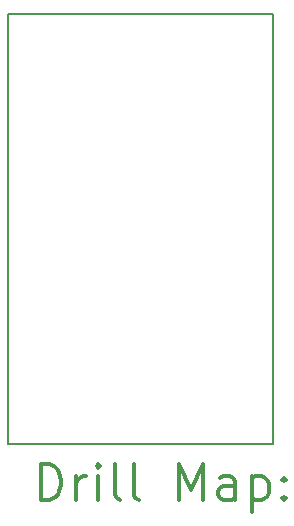
<source format=gbr>
%FSLAX45Y45*%
G04 Gerber Fmt 4.5, Leading zero omitted, Abs format (unit mm)*
G04 Created by KiCad (PCBNEW 5.1.10-88a1d61d58~90~ubuntu20.04.1) date 2021-10-12 10:12:22*
%MOMM*%
%LPD*%
G01*
G04 APERTURE LIST*
%TA.AperFunction,Profile*%
%ADD10C,0.200000*%
%TD*%
%ADD11C,0.200000*%
%ADD12C,0.300000*%
G04 APERTURE END LIST*
D10*
X10680000Y-14709140D02*
X10680000Y-11070000D01*
X12920000Y-11070000D02*
X10680000Y-11070000D01*
X12920000Y-14709140D02*
X12920000Y-11070000D01*
X10680000Y-14709140D02*
X12920000Y-14709140D01*
D11*
D12*
X10956428Y-15184854D02*
X10956428Y-14884854D01*
X11027857Y-14884854D01*
X11070714Y-14899140D01*
X11099286Y-14927711D01*
X11113571Y-14956283D01*
X11127857Y-15013426D01*
X11127857Y-15056283D01*
X11113571Y-15113426D01*
X11099286Y-15141997D01*
X11070714Y-15170569D01*
X11027857Y-15184854D01*
X10956428Y-15184854D01*
X11256428Y-15184854D02*
X11256428Y-14984854D01*
X11256428Y-15041997D02*
X11270714Y-15013426D01*
X11285000Y-14999140D01*
X11313571Y-14984854D01*
X11342143Y-14984854D01*
X11442143Y-15184854D02*
X11442143Y-14984854D01*
X11442143Y-14884854D02*
X11427857Y-14899140D01*
X11442143Y-14913426D01*
X11456428Y-14899140D01*
X11442143Y-14884854D01*
X11442143Y-14913426D01*
X11627857Y-15184854D02*
X11599286Y-15170569D01*
X11585000Y-15141997D01*
X11585000Y-14884854D01*
X11785000Y-15184854D02*
X11756428Y-15170569D01*
X11742143Y-15141997D01*
X11742143Y-14884854D01*
X12127857Y-15184854D02*
X12127857Y-14884854D01*
X12227857Y-15099140D01*
X12327857Y-14884854D01*
X12327857Y-15184854D01*
X12599286Y-15184854D02*
X12599286Y-15027711D01*
X12585000Y-14999140D01*
X12556428Y-14984854D01*
X12499286Y-14984854D01*
X12470714Y-14999140D01*
X12599286Y-15170569D02*
X12570714Y-15184854D01*
X12499286Y-15184854D01*
X12470714Y-15170569D01*
X12456428Y-15141997D01*
X12456428Y-15113426D01*
X12470714Y-15084854D01*
X12499286Y-15070569D01*
X12570714Y-15070569D01*
X12599286Y-15056283D01*
X12742143Y-14984854D02*
X12742143Y-15284854D01*
X12742143Y-14999140D02*
X12770714Y-14984854D01*
X12827857Y-14984854D01*
X12856428Y-14999140D01*
X12870714Y-15013426D01*
X12885000Y-15041997D01*
X12885000Y-15127711D01*
X12870714Y-15156283D01*
X12856428Y-15170569D01*
X12827857Y-15184854D01*
X12770714Y-15184854D01*
X12742143Y-15170569D01*
X13013571Y-15156283D02*
X13027857Y-15170569D01*
X13013571Y-15184854D01*
X12999286Y-15170569D01*
X13013571Y-15156283D01*
X13013571Y-15184854D01*
X13013571Y-14999140D02*
X13027857Y-15013426D01*
X13013571Y-15027711D01*
X12999286Y-15013426D01*
X13013571Y-14999140D01*
X13013571Y-15027711D01*
M02*

</source>
